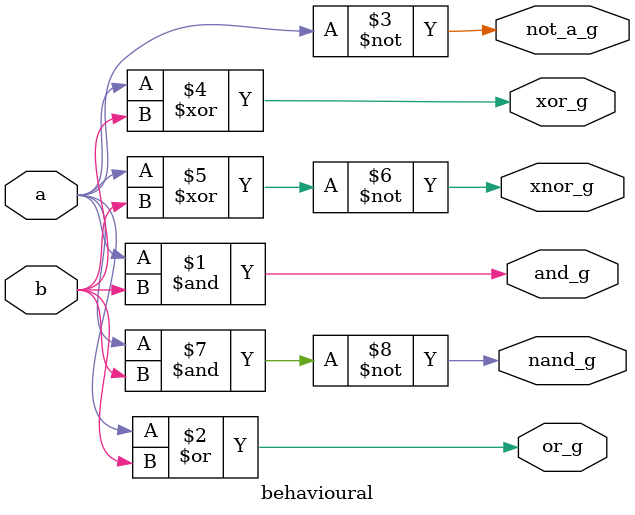
<source format=v>
`timescale 1ns / 1ps

module behavioural(a,b,and_g,or_g,not_a_g,xor_g,xnor_g,nand_g);
	input a,b;
	output and_g,or_g,not_a_g,xor_g,xnor_g,nand_g;
	
		assign and_g = a&b;
		assign or_g  = a|b;
		assign not_a_g = ~a;
		assign xor_g = a^b ;
		assign xnor_g = ~(a^b);
		assign nand_g = ~(a&b);
endmodule


</source>
